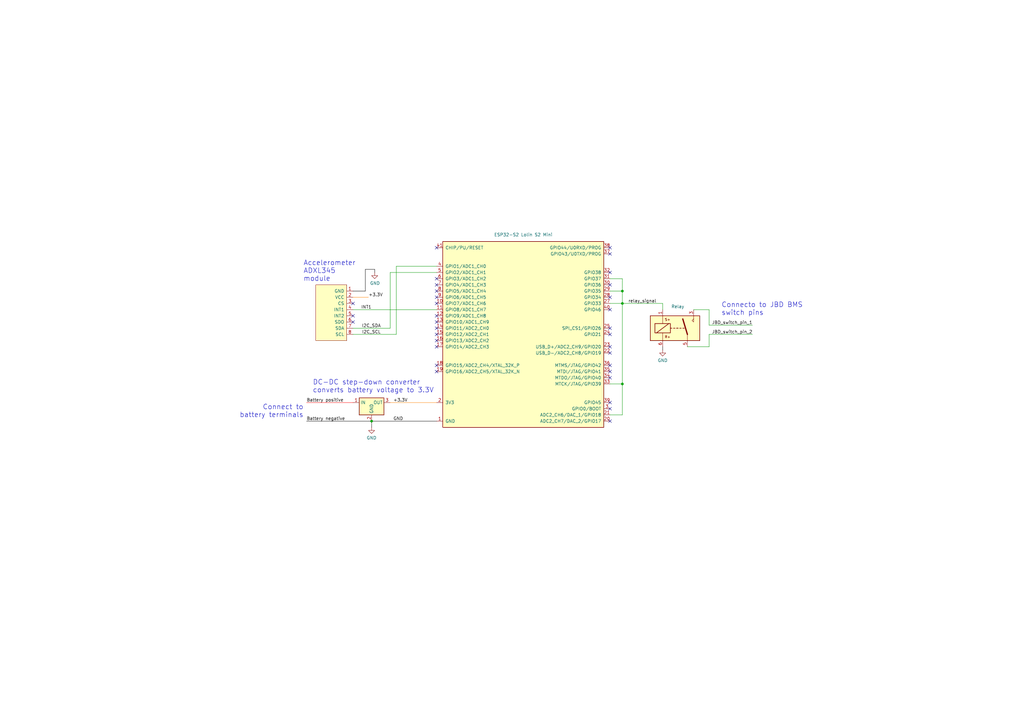
<source format=kicad_sch>
(kicad_sch (version 20230121) (generator eeschema)
  (paper "A3")
  (lib_symbols
    (symbol "Converter_DCDC:OKI-78SR-3.3_1.5-W36-C"
      (property "Reference" "U" (at -3.81 3.175 0))
      (property "Value" "OKI-78SR-3.3_1.5-W36-C" (at 0 3.175 0))
      (symbol "OKI-78SR-3.3_1.5-W36-C_0_1"
        (rectangle (start -5.08 1.905) (end 5.08 -5.08) (stroke (width 0.254)) (fill (type background)))
      )
      (symbol "OKI-78SR-3.3_1.5-W36-C_1_1"
        (pin power_in line (at -7.62 0 0) (length 2.54) (name "IN") (number "1"))
        (pin power_in line (at 0 -7.62 90) (length 2.54) (name "GND") (number "2"))
        (pin power_out line (at 7.62 0 180) (length 2.54) (name "OUT") (number "3"))
      )
    )
    (symbol "Espressif:ESP32-S2-WROOM" (pin_names (offset 1.016))
      (property "Value" "ESP32-S2 Lolin S2 Mini" (at 0 40.894 0))
      (symbol "ESP32-S2-WROOM_0_0"
        (pin passive line (at -35.56 -35.56 0) (length 2.54) hide (name "GND") (number "43"))
      )
      (symbol "ESP32-S2-WROOM_1_1"
        (rectangle (start -33.02 38.1) (end 33.02 -38.1) (stroke (width 0.254)) (fill (type background)))
        (pin power_in line (at -35.56 -35.56 0) (length 2.54) (name "GND") (number "1"))
        (pin bidirectional line (at -35.56 12.7 0) (length 2.54) (name "GPIO7/ADC1_CH6") (number "10"))
        (pin bidirectional line (at -35.56 10.16 0) (length 2.54) (name "GPIO8/ADC1_CH7") (number "11"))
        (pin bidirectional line (at -35.56 7.62 0) (length 2.54) (name "GPIO9/ADC1_CH8") (number "12"))
        (pin bidirectional line (at -35.56 5.08 0) (length 2.54) (name "GPIO10/ADC1_CH9") (number "13"))
        (pin bidirectional line (at -35.56 2.54 0) (length 2.54) (name "GPIO11/ADC2_CH0") (number "14"))
        (pin bidirectional line (at -35.56 0 0) (length 2.54) (name "GPIO12/ADC2_CH1") (number "15"))
        (pin bidirectional line (at -35.56 -2.54 0) (length 2.54) (name "GPIO13/ADC2_CH2") (number "16"))
        (pin bidirectional line (at -35.56 -5.08 0) (length 2.54) (name "GPIO14/ADC2_CH3") (number "17"))
        (pin bidirectional line (at -35.56 -12.7 0) (length 2.54) (name "GPIO15/ADC2_CH4/XTAL_32K_P") (number "18"))
        (pin bidirectional line (at -35.56 -15.24 0) (length 2.54) (name "GPIO16/ADC2_CH5/XTAL_32K_N") (number "19"))
        (pin power_in line (at -35.56 -27.94 0) (length 2.54) (name "3V3") (number "2"))
        (pin bidirectional line (at 35.56 -35.56 180) (length 2.54) (name "ADC2_CH7/DAC_2/GPIO17") (number "20"))
        (pin bidirectional line (at 35.56 -33.02 180) (length 2.54) (name "ADC2_CH6/DAC_1/GPIO18") (number "21"))
        (pin bidirectional line (at 35.56 -7.62 180) (length 2.54) (name "USB_D-/ADC2_CH8/GPIO19") (number "22"))
        (pin bidirectional line (at 35.56 -5.08 180) (length 2.54) (name "USB_D+/ADC2_CH9/GPIO20") (number "23"))
        (pin bidirectional line (at 35.56 0 180) (length 2.54) (name "GPIO21") (number "24"))
        (pin bidirectional line (at 35.56 2.54 180) (length 2.54) (name "SPI_CS1/GPIO26") (number "25"))
        (pin passive line (at -35.56 -35.56 0) (length 2.54) hide (name "GND") (number "26"))
        (pin bidirectional line (at 35.56 12.7 180) (length 2.54) (name "GPIO33") (number "27"))
        (pin bidirectional line (at 35.56 15.24 180) (length 2.54) (name "GPIO34") (number "28"))
        (pin bidirectional line (at 35.56 17.78 180) (length 2.54) (name "GPIO35") (number "29"))
        (pin bidirectional line (at 35.56 -30.48 180) (length 2.54) (name "GPIO0/BOOT") (number "3"))
        (pin bidirectional line (at 35.56 20.32 180) (length 2.54) (name "GPIO36") (number "30"))
        (pin bidirectional line (at 35.56 22.86 180) (length 2.54) (name "GPIO37") (number "31"))
        (pin bidirectional line (at 35.56 25.4 180) (length 2.54) (name "GPIO38") (number "32"))
        (pin bidirectional line (at 35.56 -20.32 180) (length 2.54) (name "MTCK/JTAG/GPIO39") (number "33"))
        (pin bidirectional line (at 35.56 -17.78 180) (length 2.54) (name "MTDO/JTAG/GPIO40") (number "34"))
        (pin bidirectional line (at 35.56 -15.24 180) (length 2.54) (name "MTDI/JTAG/GPIO41") (number "35"))
        (pin bidirectional line (at 35.56 -12.7 180) (length 2.54) (name "MTMS/JTAG/GPIO42") (number "36"))
        (pin bidirectional line (at 35.56 33.02 180) (length 2.54) (name "GPIO43/U0TXD/PROG") (number "37"))
        (pin bidirectional line (at 35.56 35.56 180) (length 2.54) (name "GPIO44/U0RXD/PROG") (number "38"))
        (pin bidirectional line (at 35.56 -27.94 180) (length 2.54) (name "GPIO45") (number "39"))
        (pin bidirectional line (at -35.56 27.94 0) (length 2.54) (name "GPIO1/ADC1_CH0") (number "4"))
        (pin input line (at 35.56 10.16 180) (length 2.54) (name "GPIO46") (number "40"))
        (pin input line (at -35.56 35.56 0) (length 2.54) (name "CHIP/PU/RESET") (number "41"))
        (pin passive line (at -35.56 -35.56 0) (length 2.54) hide (name "GND") (number "42"))
        (pin bidirectional line (at -35.56 25.4 0) (length 2.54) (name "GPIO2/ADC1_CH1") (number "5"))
        (pin bidirectional line (at -35.56 22.86 0) (length 2.54) (name "GPIO3/ADC1_CH2") (number "6"))
        (pin bidirectional line (at -35.56 20.32 0) (length 2.54) (name "GPIO4/ADC1_CH3") (number "7"))
        (pin bidirectional line (at -35.56 17.78 0) (length 2.54) (name "GPIO5/ADC1_CH4") (number "8"))
        (pin bidirectional line (at -35.56 15.24 0) (length 2.54) (name "GPIO6/ADC1_CH5") (number "9"))
      )
    )
    (symbol "Relay:ADW11"
      (property "Reference" "K" (at 11.43 3.81 0))
      (property "Value" "ADW11" (at 13.97 1.27 0))
      (symbol "ADW11_1_1"
        (rectangle (start -10.16 5.08) (end 10.16 -5.08) (stroke (width 0.254)) (fill (type background)))
        (rectangle (start -8.255 1.905) (end -1.905 -1.905) (stroke (width 0.254)))
        (polyline (pts (xy -7.62 -1.905) (xy -2.54 1.905)) (stroke (width 0.254)))
        (polyline (pts (xy -5.08 -5.08) (xy -5.08 -1.905)))
        (polyline (pts (xy -5.08 5.08) (xy -5.08 1.905)))
        (polyline (pts (xy -1.905 0) (xy -1.27 0)) (stroke (width 0.254)))
        (polyline (pts (xy -0.635 0) (xy 0 0)) (stroke (width 0.254)))
        (polyline (pts (xy 0.635 0) (xy 1.27 0)) (stroke (width 0.254)))
        (polyline (pts (xy 0.635 0) (xy 1.27 0)) (stroke (width 0.254)))
        (polyline (pts (xy 1.905 0) (xy 2.54 0)) (stroke (width 0.254)))
        (polyline (pts (xy 3.175 0) (xy 3.81 0)) (stroke (width 0.254)))
        (polyline (pts (xy 5.08 -2.54) (xy 3.175 3.81)) (stroke (width 0.508)))
        (polyline (pts (xy 5.08 -2.54) (xy 5.08 -5.08)))
        (polyline (pts (xy 7.62 3.81) (xy 7.62 5.08)))
        (polyline (pts (xy 7.62 3.81) (xy 7.62 2.54) (xy 6.985 3.175) (xy 7.62 3.81)))
        (text "R+" (at -3.048 -3.556 0) (effects (font (size 1.016 1.016))))
        (text "S+" (at -3.048 3.556 0) (effects (font (size 1.016 1.016))))
        (pin passive line (at -5.08 7.62 270) (length 2.54) (name "~") (number "1"))
        (pin passive line (at 7.62 7.62 270) (length 2.54) (name "~") (number "3"))
        (pin passive line (at 5.08 -7.62 90) (length 2.54) (name "~") (number "5"))
        (pin passive line (at -5.08 -7.62 90) (length 2.54) (name "~") (number "6"))
      )
    )
    (symbol "power:GND" (power) (pin_names (offset 0))
      (property "Value" "GND" (at 0 -3.81 0))
      (symbol "GND_0_1"
        (polyline (pts (xy 0 0) (xy 0 -1.27) (xy 1.27 -1.27) (xy 0 -2.54) (xy -1.27 -1.27) (xy 0 -1.27)))
      )
      (symbol "GND_1_1"
        (pin power_in line (at 0 0 270) (length 0) hide (name "GND") (number "1"))
      )
    )
    (symbol "schematic-OLED_SPI-Bafang_M500_M600-rescue:SSD1306-SPI-OLED-schematic-rescue" (pin_names (offset 1.016))
      (symbol "SSD1306-SPI-OLED-schematic-rescue_0_1"
        (rectangle (start -6.35 11.43) (end 6.35 -11.43) (fill (type background)))
      )
      (symbol "SSD1306-SPI-OLED-schematic-rescue_1_1"
        (pin input line (at 8.89 8.89 180) (length 2.54) (name "GND") (number "1"))
        (pin input line (at 8.89 6.35 180) (length 2.54) (name "VCC") (number "2"))
        (pin input line (at 8.89 3.81 180) (length 2.54) (name "CS") (number "3"))
        (pin input line (at 8.89 1.27 180) (length 2.54) (name "INT1") (number "4"))
        (pin input line (at 8.89 -1.27 180) (length 2.54) (name "INT2") (number "5"))
        (pin input line (at 8.89 -3.81 180) (length 2.54) (name "SDO") (number "6"))
        (pin input line (at 8.89 -6.35 180) (length 2.54) (name "SDA") (number "7"))
        (pin input line (at 8.89 -8.89 180) (length 2.54) (name "SCL") (number "8"))
      )
    )
  )
  (junction (at 152.4 172.72))
  (junction (at 255.27 124.46))
  (junction (at 255.27 119.38))
  (junction (at 255.27 157.48))
  (no_connect (at 179.07 152.4))
  (no_connect (at 144.78 132.08))
  (no_connect (at 144.78 124.46))
  (no_connect (at 179.07 149.86))
  (no_connect (at 250.19 172.72))
  (no_connect (at 179.07 129.54))
  (no_connect (at 179.07 137.16))
  (no_connect (at 179.07 142.24))
  (no_connect (at 250.19 149.86))
  (no_connect (at 250.19 152.4))
  (no_connect (at 250.19 154.94))
  (no_connect (at 250.19 165.1))
  (no_connect (at 250.19 167.64))
  (no_connect (at 179.07 139.7))
  (no_connect (at 179.07 121.92))
  (no_connect (at 179.07 101.6))
  (no_connect (at 179.07 119.38))
  (no_connect (at 179.07 132.08))
  (no_connect (at 179.07 116.84))
  (no_connect (at 179.07 114.3))
  (no_connect (at 250.19 104.14))
  (no_connect (at 250.19 116.84))
  (no_connect (at 250.19 111.76))
  (no_connect (at 250.19 101.6))
  (no_connect (at 250.19 121.92))
  (no_connect (at 250.19 142.24))
  (no_connect (at 250.19 144.78))
  (no_connect (at 250.19 134.62))
  (no_connect (at 250.19 127))
  (no_connect (at 250.19 137.16))
  (no_connect (at 179.07 134.62))
  (no_connect (at 179.07 124.46))
  (no_connect (at 144.78 129.54))
  (wire (pts (xy 152.4 172.72) (xy 179.07 172.72)) (stroke (width 0) (color 0 0 0 1)))
  (wire (pts (xy 153.67 110.49) (xy 153.67 111.76)) (stroke (width 0) (color 0 0 0 1)))
  (wire (pts (xy 250.19 157.48) (xy 255.27 157.48)))
  (wire (pts (xy 144.78 134.62) (xy 160.02 134.62)))
  (wire (pts (xy 160.02 165.1) (xy 179.07 165.1)) (stroke (width 0) (color 255 127 0 1)))
  (wire (pts (xy 144.78 119.38) (xy 149.86 119.38)) (stroke (width 0) (color 0 0 0 1)))
  (wire (pts (xy 255.27 157.48) (xy 255.27 124.46)))
  (wire (pts (xy 255.27 170.18) (xy 255.27 157.48)))
  (wire (pts (xy 149.86 119.38) (xy 149.86 110.49)) (stroke (width 0) (color 0 0 0 1)))
  (wire (pts (xy 125.73 165.1) (xy 144.78 165.1)) (stroke (width 0) (color 255 0 0 1)))
  (wire (pts (xy 250.19 119.38) (xy 255.27 119.38)))
  (wire (pts (xy 250.19 124.46) (xy 255.27 124.46)))
  (wire (pts (xy 271.78 142.24) (xy 271.78 143.51)) (stroke (width 0) (color 0 0 0 1)))
  (wire (pts (xy 271.78 124.46) (xy 271.78 127)))
  (wire (pts (xy 255.27 124.46) (xy 271.78 124.46)))
  (wire (pts (xy 160.02 134.62) (xy 160.02 111.76)))
  (wire (pts (xy 144.78 127) (xy 179.07 127)))
  (wire (pts (xy 160.02 111.76) (xy 179.07 111.76)))
  (wire (pts (xy 125.73 172.72) (xy 152.4 172.72)) (stroke (width 0) (color 0 0 0 1)))
  (wire (pts (xy 290.83 127) (xy 290.83 133.35)))
  (wire (pts (xy 149.86 110.49) (xy 153.67 110.49)) (stroke (width 0) (color 0 0 0 1)))
  (wire (pts (xy 255.27 119.38) (xy 255.27 124.46)))
  (wire (pts (xy 144.78 137.16) (xy 162.56 137.16)))
  (wire (pts (xy 281.94 142.24) (xy 290.83 142.24)))
  (wire (pts (xy 250.19 170.18) (xy 255.27 170.18)))
  (wire (pts (xy 152.4 172.72) (xy 152.4 175.26)) (stroke (width 0) (color 0 0 0 1)))
  (wire (pts (xy 144.78 121.92) (xy 151.13 121.92)) (stroke (width 0) (color 255 127 0 1)))
  (wire (pts (xy 250.19 114.3) (xy 255.27 114.3)))
  (wire (pts (xy 290.83 142.24) (xy 290.83 137.16)))
  (wire (pts (xy 179.07 109.22) (xy 162.56 109.22)))
  (wire (pts (xy 290.83 133.35) (xy 308.61 133.35)))
  (wire (pts (xy 255.27 114.3) (xy 255.27 119.38)))
  (wire (pts (xy 290.83 137.16) (xy 308.61 137.16)))
  (wire (pts (xy 162.56 109.22) (xy 162.56 137.16)))
  (wire (pts (xy 284.48 127) (xy 290.83 127)))
  (text "Connecto to JBD BMS\nswitch pins" (at 295.91 129.54 0) (effects (font (size 2.0066 2.0066)) (justify left bottom)))
  (text "Accelerometer\nADXL345\nmodule" (at 124.46 115.57 0) (effects (font (size 2.0066 2.0066)) (justify left bottom)))
  (text "Connect to\nbattery terminals" (at 124.46 171.45 0) (effects (font (size 2.0066 2.0066)) (justify right bottom)))
  (text "DC-DC step-down converter\nconverts battery voltage to 3.3V" (at 128.27 161.29 0) (effects (font (size 2.0066 2.0066)) (justify left bottom)))
  (label "Battery negative" (at 125.73 172.72 0))
  (label "INT1" (at 152.4 127 180))
  (label "GND" (at 161.29 172.72 0))
  (label "+3.3V" (at 161.29 165.1 0))
  (label "JBD_switch_pin_1" (at 308.61 133.35 180))
  (label "relay_signal" (at 269.24 124.46 180))
  (label "JBD_switch_pin_2" (at 308.61 137.16 180))
  (label "+3.3V" (at 151.13 121.92 0))
  (label "Battery positive" (at 125.73 165.1 0))
  (label "I2C_SDA" (at 156.21 134.62 180))
  (label "I2C_SCL" (at 156.21 137.16 180))
  (symbol (lib_id "schematic-OLED_SPI-Bafang_M500_M600-rescue:SSD1306-SPI-OLED-schematic-rescue") (at 135.89 128.27 0) (unit 1)
    (property "Reference" "NA?" (effects hide))
    (property "Value" "ADXL345\nmodule" (effects hide))
  )
  (symbol (lib_id "Espressif:ESP32-S2-WROOM") (at 214.63 137.16 0) (unit 1)
    (property "Reference" "U?" (effects hide))
    (property "Value" "ESP32-S2 Lolin S2 Mini" (at 214.63 96.266 0))
    (property "Footprint" "Espressif:ESP32-S2-WROOM" (effects hide))
    (property "Datasheet" "https://www.espressif.com/sites/default/files/documentation/esp32-s2-wroom_esp32-s2-wroom-i_datasheet_en.pdf" (effects hide))
  )
  (symbol (lib_id "Converter_DCDC:OKI-78SR-3.3_1.5-W36-C") (at 152.4 165.1 0) (unit 1)
    (property "Reference" "U1" (effects hide))
    (property "Value" "Step-down converter  to 3.3V" (effects hide))
    (property "Footprint" "Converter_DCDC:Converter_DCDC_Murata_OKI-78SR_Vertical" (effects hide))
    (property "Datasheet" "https://power.murata.com/data/power/oki-78sr.pdf" (effects hide))
  )
  (symbol (lib_id "Relay:ADW11") (at 276.86 134.62 0) (unit 1)
    (property "Reference" "K1" (effects hide))
    (property "Value" "Relay" (at 280.67 125.73 0) (effects (justify right)))
    (property "Footprint" "Relay_THT:Relay_1P1T_NO_10x24x18.8mm_Panasonic_ADW11xxxxW_THT" (effects hide))
    (property "Datasheet" "https://www.panasonic-electric-works.com/pew/es/downloads/ds_dw_hl_en.pdf" (effects hide))
  )
  (symbol (lib_id "power:GND") (at 271.78 143.51 0) (unit 1)
    (property "Reference" "#PWR02" (effects hide))
    (property "Value" "GND" (at 271.78 147.828 0))
  )
  (symbol (lib_id "power:GND") (at 152.4 175.26 0) (unit 1)
    (property "Reference" "#PWR01" (effects hide))
    (property "Value" "GND" (at 152.4 179.578 0))
  )
  (symbol (lib_id "power:GND") (at 153.67 111.76 0) (unit 1)
    (property "Reference" "#PWR?" (effects hide))
    (property "Value" "GND" (at 153.797 116.1542 0))
  )
)
</source>
